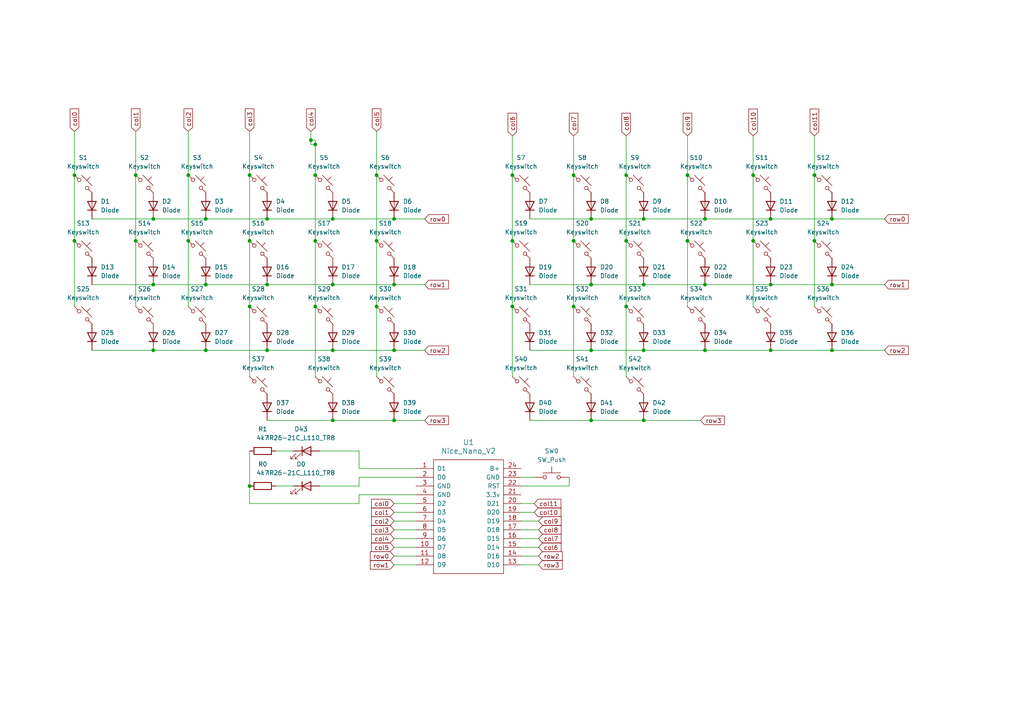
<source format=kicad_sch>
(kicad_sch (version 20230121) (generator eeschema)
  (paper "A4")
  (lib_symbols
    (symbol "Device:R" (pin_numbers hide) (pin_names (offset 0))
      (property "Reference" "R" (at 2.032 0 90))
      (property "Value" "R" (at 0 0 90))
      (symbol "R_0_1"
        (rectangle (start -1.016 -2.54) (end 1.016 2.54) (stroke (width 0.254)))
      )
      (symbol "R_1_1"
        (pin passive line (at 0 3.81 270) (length 1.27) (name "~") (number "1"))
        (pin passive line (at 0 -3.81 90) (length 1.27) (name "~") (number "2"))
      )
    )
    (symbol "LED:IR26-21C_L110_TR8" (pin_numbers hide) (pin_names (offset 1.016) hide)
      (property "Reference" "D" (at 0 2.54 0))
      (property "Value" "IR26-21C_L110_TR8" (at 0 -3.81 0))
      (symbol "IR26-21C_L110_TR8_0_1"
        (polyline (pts (xy -1.27 -1.27) (xy -1.27 1.27)) (stroke (width 0.254)))
        (polyline (pts (xy -1.27 0) (xy 1.27 0)))
        (polyline (pts (xy 1.27 -1.27) (xy 1.27 1.27) (xy -1.27 0) (xy 1.27 -1.27)) (stroke (width 0.254)))
        (polyline (pts (xy -3.048 -0.762) (xy -4.572 -2.286) (xy -3.81 -2.286) (xy -4.572 -2.286) (xy -4.572 -1.524)))
        (polyline (pts (xy -1.778 -0.762) (xy -3.302 -2.286) (xy -2.54 -2.286) (xy -3.302 -2.286) (xy -3.302 -1.524)))
      )
      (symbol "IR26-21C_L110_TR8_1_1"
        (pin passive line (at -3.81 0 0) (length 2.54) (name "K") (number "1"))
        (pin passive line (at 3.81 0 180) (length 2.54) (name "A") (number "2"))
      )
    )
    (symbol "ScottoKeebs:MCU_Nice_Nano_V2" (pin_names (offset 1.016))
      (property "Reference" "U" (at 0 0 0))
      (property "Value" "Nice_Nano_V2" (at 0 -19.05 0))
      (symbol "MCU_Nice_Nano_V2_0_1"
        (rectangle (start -10.16 16.51) (end 10.16 -16.51))
      )
      (symbol "MCU_Nice_Nano_V2_1_1"
        (pin input line (at -15.24 13.97 0) (length 5.08) (name "D1") (number "1"))
        (pin input line (at -15.24 -8.89 0) (length 5.08) (name "D7") (number "10"))
        (pin input line (at -15.24 -11.43 0) (length 5.08) (name "D8") (number "11"))
        (pin input line (at -15.24 -13.97 0) (length 5.08) (name "D9") (number "12"))
        (pin input line (at 15.24 -13.97 180) (length 5.08) (name "D10") (number "13"))
        (pin input line (at 15.24 -11.43 180) (length 5.08) (name "D16") (number "14"))
        (pin input line (at 15.24 -8.89 180) (length 5.08) (name "D14") (number "15"))
        (pin input line (at 15.24 -6.35 180) (length 5.08) (name "D15") (number "16"))
        (pin input line (at 15.24 -3.81 180) (length 5.08) (name "D18") (number "17"))
        (pin input line (at 15.24 -1.27 180) (length 5.08) (name "D19") (number "18"))
        (pin input line (at 15.24 1.27 180) (length 5.08) (name "D20") (number "19"))
        (pin input line (at -15.24 11.43 0) (length 5.08) (name "D0") (number "2"))
        (pin input line (at 15.24 3.81 180) (length 5.08) (name "D21") (number "20"))
        (pin input line (at 15.24 6.35 180) (length 5.08) (name "3.3v") (number "21"))
        (pin input line (at 15.24 8.89 180) (length 5.08) (name "RST") (number "22"))
        (pin input line (at 15.24 11.43 180) (length 5.08) (name "GND") (number "23"))
        (pin input line (at 15.24 13.97 180) (length 5.08) (name "B+") (number "24"))
        (pin input line (at -15.24 8.89 0) (length 5.08) (name "GND") (number "3"))
        (pin input line (at -15.24 6.35 0) (length 5.08) (name "GND") (number "4"))
        (pin input line (at -15.24 3.81 0) (length 5.08) (name "D2") (number "5"))
        (pin input line (at -15.24 1.27 0) (length 5.08) (name "D3") (number "6"))
        (pin input line (at -15.24 -1.27 0) (length 5.08) (name "D4") (number "7"))
        (pin input line (at -15.24 -3.81 0) (length 5.08) (name "D5") (number "8"))
        (pin input line (at -15.24 -6.35 0) (length 5.08) (name "D6") (number "9"))
      )
    )
    (symbol "ScottoKeebs:Placeholder_Diode" (pin_numbers hide) (pin_names hide)
      (property "Reference" "D" (at 0 2.54 0))
      (property "Value" "Diode" (at 0 -2.54 0))
      (symbol "Placeholder_Diode_0_1"
        (polyline (pts (xy -1.27 1.27) (xy -1.27 -1.27)) (stroke (width 0.254)))
        (polyline (pts (xy 1.27 0) (xy -1.27 0)))
        (polyline (pts (xy 1.27 1.27) (xy 1.27 -1.27) (xy -1.27 0) (xy 1.27 1.27)) (stroke (width 0.254)))
      )
      (symbol "Placeholder_Diode_1_1"
        (pin passive line (at -3.81 0 0) (length 2.54) (name "K") (number "1"))
        (pin passive line (at 3.81 0 180) (length 2.54) (name "A") (number "2"))
      )
    )
    (symbol "ScottoKeebs:Placeholder_Keyswitch" (pin_numbers hide) (pin_names (offset 1.016) hide)
      (property "Reference" "S" (at 3.048 1.016 0))
      (property "Value" "Keyswitch" (at 0 -3.81 0))
      (symbol "Placeholder_Keyswitch_0_1"
        (circle (center -1.1684 1.1684) (radius 0.508))
        (polyline (pts (xy -0.508 2.54) (xy 2.54 -0.508)))
        (polyline (pts (xy 1.016 1.016) (xy 2.032 2.032)))
        (polyline (pts (xy -2.54 2.54) (xy -1.524 1.524) (xy -1.524 1.524)))
        (polyline (pts (xy 1.524 -1.524) (xy 2.54 -2.54) (xy 2.54 -2.54) (xy 2.54 -2.54)))
        (circle (center 1.143 -1.1938) (radius 0.508))
        (pin passive line (at -2.54 2.54 0) (length 0) (name "1") (number "1"))
        (pin passive line (at 2.54 -2.54 180) (length 0) (name "2") (number "2"))
      )
    )
    (symbol "Switch:SW_Push" (pin_numbers hide) (pin_names (offset 1.016) hide)
      (property "Reference" "SW" (at 1.27 2.54 0))
      (property "Value" "SW_Push" (at 0 -1.524 0))
      (symbol "SW_Push_0_1"
        (circle (center -2.032 0) (radius 0.508))
        (polyline (pts (xy 0 1.27) (xy 0 3.048)))
        (polyline (pts (xy 2.54 1.27) (xy -2.54 1.27)))
        (circle (center 2.032 0) (radius 0.508))
        (pin passive line (at -5.08 0 0) (length 2.54) (name "1") (number "1"))
        (pin passive line (at 5.08 0 180) (length 2.54) (name "2") (number "2"))
      )
    )
  )
  (junction (at 186.69 101.6))
  (junction (at 54.61 69.85))
  (junction (at 96.52 101.6))
  (junction (at 166.37 69.85))
  (junction (at 114.3 101.6))
  (junction (at 241.3 101.6))
  (junction (at 241.3 63.5))
  (junction (at 54.61 50.8))
  (junction (at 166.37 50.8))
  (junction (at 39.37 69.85))
  (junction (at 171.45 101.6))
  (junction (at 181.61 69.85))
  (junction (at 114.3 63.5))
  (junction (at 218.44 69.85))
  (junction (at 148.59 50.8))
  (junction (at 96.52 121.92))
  (junction (at 181.61 50.8))
  (junction (at 39.37 50.8))
  (junction (at 59.69 82.55))
  (junction (at 59.69 63.5))
  (junction (at 171.45 63.5))
  (junction (at 204.47 82.55))
  (junction (at 148.59 88.9))
  (junction (at 44.45 63.5))
  (junction (at 204.47 101.6))
  (junction (at 72.39 50.8))
  (junction (at 223.52 101.6))
  (junction (at 181.61 88.9))
  (junction (at 204.47 63.5))
  (junction (at 91.44 41.91))
  (junction (at 223.52 82.55))
  (junction (at 96.52 82.55))
  (junction (at 91.44 50.8))
  (junction (at 44.45 101.6))
  (junction (at 199.39 69.85))
  (junction (at 72.39 140.97))
  (junction (at 148.59 69.85))
  (junction (at 91.44 69.85))
  (junction (at 186.69 121.92))
  (junction (at 21.59 69.85))
  (junction (at 44.45 82.55))
  (junction (at 218.44 50.8))
  (junction (at 109.22 69.85))
  (junction (at 166.37 88.9))
  (junction (at 91.44 88.9))
  (junction (at 236.22 50.8))
  (junction (at 171.45 121.92))
  (junction (at 223.52 63.5))
  (junction (at 72.39 69.85))
  (junction (at 77.47 63.5))
  (junction (at 21.59 50.8))
  (junction (at 236.22 69.85))
  (junction (at 77.47 82.55))
  (junction (at 171.45 82.55))
  (junction (at 114.3 82.55))
  (junction (at 114.3 121.92))
  (junction (at 96.52 63.5))
  (junction (at 241.3 82.55))
  (junction (at 72.39 88.9))
  (junction (at 77.47 101.6))
  (junction (at 199.39 50.8))
  (junction (at 186.69 82.55))
  (junction (at 109.22 88.9))
  (junction (at 59.69 101.6))
  (junction (at 90.17 40.64))
  (junction (at 186.69 63.5))
  (junction (at 109.22 50.8))
  (wire (pts (xy 166.37 88.9) (xy 166.37 109.22)))
  (wire (pts (xy 59.69 82.55) (xy 77.47 82.55)))
  (wire (pts (xy 21.59 50.8) (xy 21.59 69.85)))
  (wire (pts (xy 166.37 39.37) (xy 166.37 50.8)))
  (wire (pts (xy 153.67 101.6) (xy 171.45 101.6)))
  (wire (pts (xy 204.47 82.55) (xy 223.52 82.55)))
  (wire (pts (xy 109.22 69.85) (xy 109.22 88.9)))
  (wire (pts (xy 26.67 101.6) (xy 44.45 101.6)))
  (wire (pts (xy 156.21 158.75) (xy 151.13 158.75)))
  (wire (pts (xy 109.22 88.9) (xy 109.22 109.22)))
  (wire (pts (xy 256.54 101.6) (xy 241.3 101.6)))
  (wire (pts (xy 109.22 50.8) (xy 109.22 69.85)))
  (wire (pts (xy 72.39 130.81) (xy 72.39 140.97)))
  (wire (pts (xy 54.61 50.8) (xy 54.61 69.85)))
  (wire (pts (xy 181.61 88.9) (xy 181.61 109.22)))
  (wire (pts (xy 148.59 88.9) (xy 148.59 109.22)))
  (wire (pts (xy 77.47 63.5) (xy 96.52 63.5)))
  (wire (pts (xy 90.17 40.64) (xy 90.17 41.91)))
  (wire (pts (xy 204.47 63.5) (xy 223.52 63.5)))
  (wire (pts (xy 154.94 146.05) (xy 151.13 146.05)))
  (wire (pts (xy 123.19 63.5) (xy 114.3 63.5)))
  (wire (pts (xy 256.54 82.55) (xy 241.3 82.55)))
  (wire (pts (xy 204.47 101.6) (xy 223.52 101.6)))
  (wire (pts (xy 80.01 140.97) (xy 85.09 140.97)))
  (wire (pts (xy 44.45 82.55) (xy 59.69 82.55)))
  (wire (pts (xy 114.3 158.75) (xy 120.65 158.75)))
  (wire (pts (xy 114.3 156.21) (xy 120.65 156.21)))
  (wire (pts (xy 44.45 63.5) (xy 59.69 63.5)))
  (wire (pts (xy 91.44 41.91) (xy 91.44 50.8)))
  (wire (pts (xy 21.59 38.1) (xy 21.59 50.8)))
  (wire (pts (xy 186.69 82.55) (xy 204.47 82.55)))
  (wire (pts (xy 114.3 148.59) (xy 120.65 148.59)))
  (wire (pts (xy 223.52 101.6) (xy 241.3 101.6)))
  (wire (pts (xy 114.3 146.05) (xy 120.65 146.05)))
  (wire (pts (xy 218.44 69.85) (xy 218.44 88.9)))
  (wire (pts (xy 96.52 82.55) (xy 114.3 82.55)))
  (wire (pts (xy 199.39 69.85) (xy 199.39 88.9)))
  (wire (pts (xy 165.1 140.97) (xy 165.1 138.43)))
  (wire (pts (xy 59.69 101.6) (xy 77.47 101.6)))
  (wire (pts (xy 91.44 40.64) (xy 91.44 41.91)))
  (wire (pts (xy 218.44 39.37) (xy 218.44 50.8)))
  (wire (pts (xy 148.59 39.37) (xy 148.59 50.8)))
  (wire (pts (xy 77.47 82.55) (xy 96.52 82.55)))
  (wire (pts (xy 156.21 163.83) (xy 151.13 163.83)))
  (wire (pts (xy 148.59 50.8) (xy 148.59 69.85)))
  (wire (pts (xy 72.39 50.8) (xy 72.39 69.85)))
  (wire (pts (xy 104.14 143.51) (xy 120.65 143.51)))
  (wire (pts (xy 186.69 101.6) (xy 204.47 101.6)))
  (wire (pts (xy 114.3 153.67) (xy 120.65 153.67)))
  (wire (pts (xy 91.44 50.8) (xy 91.44 69.85)))
  (wire (pts (xy 104.14 135.89) (xy 104.14 130.81)))
  (wire (pts (xy 77.47 121.92) (xy 96.52 121.92)))
  (wire (pts (xy 120.65 138.43) (xy 104.14 138.43)))
  (wire (pts (xy 39.37 38.1) (xy 39.37 50.8)))
  (wire (pts (xy 203.2 121.92) (xy 186.69 121.92)))
  (wire (pts (xy 181.61 50.8) (xy 181.61 69.85)))
  (wire (pts (xy 236.22 39.37) (xy 236.22 50.8)))
  (wire (pts (xy 153.67 121.92) (xy 171.45 121.92)))
  (wire (pts (xy 156.21 156.21) (xy 151.13 156.21)))
  (wire (pts (xy 151.13 138.43) (xy 154.94 138.43)))
  (wire (pts (xy 72.39 38.1) (xy 72.39 50.8)))
  (wire (pts (xy 156.21 151.13) (xy 151.13 151.13)))
  (wire (pts (xy 26.67 63.5) (xy 44.45 63.5)))
  (wire (pts (xy 90.17 41.91) (xy 91.44 41.91)))
  (wire (pts (xy 96.52 63.5) (xy 114.3 63.5)))
  (wire (pts (xy 151.13 140.97) (xy 165.1 140.97)))
  (wire (pts (xy 90.17 40.64) (xy 91.44 40.64)))
  (wire (pts (xy 104.14 146.05) (xy 104.14 143.51)))
  (wire (pts (xy 96.52 101.6) (xy 114.3 101.6)))
  (wire (pts (xy 80.01 130.81) (xy 85.09 130.81)))
  (wire (pts (xy 39.37 69.85) (xy 39.37 88.9)))
  (wire (pts (xy 26.67 82.55) (xy 44.45 82.55)))
  (wire (pts (xy 72.39 146.05) (xy 104.14 146.05)))
  (wire (pts (xy 109.22 38.1) (xy 109.22 50.8)))
  (wire (pts (xy 104.14 138.43) (xy 104.14 140.97)))
  (wire (pts (xy 123.19 121.92) (xy 114.3 121.92)))
  (wire (pts (xy 59.69 63.5) (xy 77.47 63.5)))
  (wire (pts (xy 181.61 39.37) (xy 181.61 50.8)))
  (wire (pts (xy 223.52 63.5) (xy 241.3 63.5)))
  (wire (pts (xy 72.39 69.85) (xy 72.39 88.9)))
  (wire (pts (xy 91.44 69.85) (xy 91.44 88.9)))
  (wire (pts (xy 199.39 50.8) (xy 199.39 69.85)))
  (wire (pts (xy 39.37 50.8) (xy 39.37 69.85)))
  (wire (pts (xy 54.61 38.1) (xy 54.61 50.8)))
  (wire (pts (xy 153.67 63.5) (xy 171.45 63.5)))
  (wire (pts (xy 91.44 88.9) (xy 91.44 109.22)))
  (wire (pts (xy 236.22 50.8) (xy 236.22 69.85)))
  (wire (pts (xy 153.67 82.55) (xy 171.45 82.55)))
  (wire (pts (xy 166.37 50.8) (xy 166.37 69.85)))
  (wire (pts (xy 120.65 135.89) (xy 104.14 135.89)))
  (wire (pts (xy 218.44 50.8) (xy 218.44 69.85)))
  (wire (pts (xy 256.54 63.5) (xy 241.3 63.5)))
  (wire (pts (xy 104.14 130.81) (xy 92.71 130.81)))
  (wire (pts (xy 54.61 69.85) (xy 54.61 88.9)))
  (wire (pts (xy 96.52 121.92) (xy 114.3 121.92)))
  (wire (pts (xy 223.52 82.55) (xy 241.3 82.55)))
  (wire (pts (xy 171.45 82.55) (xy 186.69 82.55)))
  (wire (pts (xy 77.47 101.6) (xy 96.52 101.6)))
  (wire (pts (xy 72.39 88.9) (xy 72.39 109.22)))
  (wire (pts (xy 104.14 140.97) (xy 92.71 140.97)))
  (wire (pts (xy 114.3 163.83) (xy 120.65 163.83)))
  (wire (pts (xy 166.37 69.85) (xy 166.37 88.9)))
  (wire (pts (xy 236.22 69.85) (xy 236.22 88.9)))
  (wire (pts (xy 114.3 161.29) (xy 120.65 161.29)))
  (wire (pts (xy 154.94 148.59) (xy 151.13 148.59)))
  (wire (pts (xy 171.45 63.5) (xy 186.69 63.5)))
  (wire (pts (xy 181.61 69.85) (xy 181.61 88.9)))
  (wire (pts (xy 123.19 82.55) (xy 114.3 82.55)))
  (wire (pts (xy 171.45 101.6) (xy 186.69 101.6)))
  (wire (pts (xy 148.59 69.85) (xy 148.59 88.9)))
  (wire (pts (xy 156.21 161.29) (xy 151.13 161.29)))
  (wire (pts (xy 21.59 69.85) (xy 21.59 88.9)))
  (wire (pts (xy 186.69 63.5) (xy 204.47 63.5)))
  (wire (pts (xy 199.39 39.37) (xy 199.39 50.8)))
  (wire (pts (xy 123.19 101.6) (xy 114.3 101.6)))
  (wire (pts (xy 90.17 38.1) (xy 90.17 40.64)))
  (wire (pts (xy 72.39 140.97) (xy 72.39 146.05)))
  (wire (pts (xy 156.21 153.67) (xy 151.13 153.67)))
  (wire (pts (xy 114.3 151.13) (xy 120.65 151.13)))
  (wire (pts (xy 171.45 121.92) (xy 186.69 121.92)))
  (wire (pts (xy 44.45 101.6) (xy 59.69 101.6)))
  (global_label "col9" (shape input) (at 199.39 39.37 90) (property "Intersheetrefs" "${INTERSHEET_REFS}" (effects hide)))
  (global_label "col4" (shape input) (at 90.17 38.1 90) (property "Intersheetrefs" "${INTERSHEET_REFS}" (effects hide)))
  (global_label "row1" (shape input) (at 114.3 163.83 180) (property "Intersheetrefs" "${INTERSHEET_REFS}" (effects hide)))
  (global_label "col1" (shape input) (at 39.37 38.1 90) (property "Intersheetrefs" "${INTERSHEET_REFS}" (effects hide)))
  (global_label "row0" (shape input) (at 123.19 63.5 0) (property "Intersheetrefs" "${INTERSHEET_REFS}" (effects hide)))
  (global_label "col11" (shape input) (at 236.22 39.37 90) (property "Intersheetrefs" "${INTERSHEET_REFS}" (effects hide)))
  (global_label "row3" (shape input) (at 123.19 121.92 0) (property "Intersheetrefs" "${INTERSHEET_REFS}" (effects hide)))
  (global_label "row3" (shape input) (at 156.21 163.83 0) (property "Intersheetrefs" "${INTERSHEET_REFS}" (effects hide)))
  (global_label "col5" (shape input) (at 109.22 38.1 90) (property "Intersheetrefs" "${INTERSHEET_REFS}" (effects hide)))
  (global_label "col7" (shape input) (at 156.21 156.21 0) (property "Intersheetrefs" "${INTERSHEET_REFS}" (effects hide)))
  (global_label "row2" (shape input) (at 256.54 101.6 0) (property "Intersheetrefs" "${INTERSHEET_REFS}" (effects hide)))
  (global_label "row2" (shape input) (at 156.21 161.29 0) (property "Intersheetrefs" "${INTERSHEET_REFS}" (effects hide)))
  (global_label "col9" (shape input) (at 156.21 151.13 0) (property "Intersheetrefs" "${INTERSHEET_REFS}" (effects hide)))
  (global_label "row3" (shape input) (at 203.2 121.92 0) (property "Intersheetrefs" "${INTERSHEET_REFS}" (effects hide)))
  (global_label "row1" (shape input) (at 123.19 82.55 0) (property "Intersheetrefs" "${INTERSHEET_REFS}" (effects hide)))
  (global_label "col6" (shape input) (at 148.59 39.37 90) (property "Intersheetrefs" "${INTERSHEET_REFS}" (effects hide)))
  (global_label "col7" (shape input) (at 166.37 39.37 90) (property "Intersheetrefs" "${INTERSHEET_REFS}" (effects hide)))
  (global_label "col10" (shape input) (at 218.44 39.37 90) (property "Intersheetrefs" "${INTERSHEET_REFS}" (effects hide)))
  (global_label "col2" (shape input) (at 54.61 38.1 90) (property "Intersheetrefs" "${INTERSHEET_REFS}" (effects hide)))
  (global_label "col1" (shape input) (at 114.3 148.59 180) (property "Intersheetrefs" "${INTERSHEET_REFS}" (effects hide)))
  (global_label "col0" (shape input) (at 21.59 38.1 90) (property "Intersheetrefs" "${INTERSHEET_REFS}" (effects hide)))
  (global_label "col11" (shape input) (at 154.94 146.05 0) (property "Intersheetrefs" "${INTERSHEET_REFS}" (effects hide)))
  (global_label "col8" (shape input) (at 181.61 39.37 90) (property "Intersheetrefs" "${INTERSHEET_REFS}" (effects hide)))
  (global_label "row0" (shape input) (at 256.54 63.5 0) (property "Intersheetrefs" "${INTERSHEET_REFS}" (effects hide)))
  (global_label "col2" (shape input) (at 114.3 151.13 180) (property "Intersheetrefs" "${INTERSHEET_REFS}" (effects hide)))
  (global_label "col4" (shape input) (at 114.3 156.21 180) (property "Intersheetrefs" "${INTERSHEET_REFS}" (effects hide)))
  (global_label "col3" (shape input) (at 72.39 38.1 90) (property "Intersheetrefs" "${INTERSHEET_REFS}" (effects hide)))
  (global_label "row2" (shape input) (at 123.19 101.6 0) (property "Intersheetrefs" "${INTERSHEET_REFS}" (effects hide)))
  (global_label "col10" (shape input) (at 154.94 148.59 0) (property "Intersheetrefs" "${INTERSHEET_REFS}" (effects hide)))
  (global_label "row0" (shape input) (at 114.3 161.29 180) (property "Intersheetrefs" "${INTERSHEET_REFS}" (effects hide)))
  (global_label "col0" (shape input) (at 114.3 146.05 180) (property "Intersheetrefs" "${INTERSHEET_REFS}" (effects hide)))
  (global_label "col6" (shape input) (at 156.21 158.75 0) (property "Intersheetrefs" "${INTERSHEET_REFS}" (effects hide)))
  (global_label "col8" (shape input) (at 156.21 153.67 0) (property "Intersheetrefs" "${INTERSHEET_REFS}" (effects hide)))
  (global_label "col3" (shape input) (at 114.3 153.67 180) (property "Intersheetrefs" "${INTERSHEET_REFS}" (effects hide)))
  (global_label "col5" (shape input) (at 114.3 158.75 180) (property "Intersheetrefs" "${INTERSHEET_REFS}" (effects hide)))
  (global_label "row1" (shape input) (at 256.54 82.55 0) (property "Intersheetrefs" "${INTERSHEET_REFS}" (effects hide)))
  (symbol (lib_id "ScottoKeebs:Placeholder_Diode") (at 186.69 97.79 90) (unit 1)
    (property "Reference" "D33" (at 189.23 96.52 90) (effects (justify right)))
    (property "Value" "Diode" (at 189.23 99.06 90) (effects (justify right)))
    (property "Footprint" "Diode_SMD:D_SOD-123" (effects hide))
    (property "Sim.Device" "D" (effects hide))
    (property "Sim.Pins" "1=K 2=A" (effects hide))
  )
  (symbol (lib_id "ScottoKeebs:Placeholder_Diode") (at 114.3 118.11 90) (unit 1)
    (property "Reference" "D39" (at 116.84 116.84 90) (effects (justify right)))
    (property "Value" "Diode" (at 116.84 119.38 90) (effects (justify right)))
    (property "Footprint" "Diode_SMD:D_SOD-123" (effects hide))
    (property "Sim.Device" "D" (effects hide))
    (property "Sim.Pins" "1=K 2=A" (effects hide))
  )
  (symbol (lib_id "ScottoKeebs:Placeholder_Diode") (at 77.47 78.74 90) (unit 1)
    (property "Reference" "D16" (at 80.01 77.47 90) (effects (justify right)))
    (property "Value" "Diode" (at 80.01 80.01 90) (effects (justify right)))
    (property "Footprint" "Diode_SMD:D_SOD-123" (effects hide))
    (property "Sim.Device" "D" (effects hide))
    (property "Sim.Pins" "1=K 2=A" (effects hide))
  )
  (symbol (lib_id "ScottoKeebs:Placeholder_Keyswitch") (at 168.91 111.76 0) (unit 1)
    (property "Reference" "S41" (at 168.91 104.14 0))
    (property "Value" "Keyswitch" (at 168.91 106.68 0))
    (property "Footprint" "Storch:Hotswap_MX_1.00u" (effects hide))
  )
  (symbol (lib_id "ScottoKeebs:Placeholder_Keyswitch") (at 111.76 53.34 0) (unit 1)
    (property "Reference" "S6" (at 111.76 45.72 0))
    (property "Value" "Keyswitch" (at 111.76 48.26 0))
    (property "Footprint" "Storch:Hotswap_MX_1.00u" (effects hide))
  )
  (symbol (lib_id "ScottoKeebs:Placeholder_Diode") (at 77.47 118.11 90) (unit 1)
    (property "Reference" "D37" (at 80.01 116.84 90) (effects (justify right)))
    (property "Value" "Diode" (at 80.01 119.38 90) (effects (justify right)))
    (property "Footprint" "Diode_SMD:D_SOD-123" (effects hide))
    (property "Sim.Device" "D" (effects hide))
    (property "Sim.Pins" "1=K 2=A" (effects hide))
  )
  (symbol (lib_id "LED:IR26-21C_L110_TR8") (at 88.9 140.97 0) (unit 1)
    (property "Reference" "D0" (at 87.3125 134.62 0))
    (property "Value" "IR26-21C_L110_TR8" (at 87.3125 137.16 0))
    (property "Footprint" "LED_SMD:LED_1206_3216Metric" (effects hide))
    (property "Datasheet" "http://www.everlight.com/file/ProductFile/IR26-21C-L110-TR8.pdf" (effects hide))
  )
  (symbol (lib_id "ScottoKeebs:Placeholder_Keyswitch") (at 41.91 91.44 0) (unit 1)
    (property "Reference" "S26" (at 41.91 83.82 0))
    (property "Value" "Keyswitch" (at 41.91 86.36 0))
    (property "Footprint" "Storch:Hotswap_MX_1.00u" (effects hide))
  )
  (symbol (lib_id "ScottoKeebs:Placeholder_Keyswitch") (at 168.91 91.44 0) (unit 1)
    (property "Reference" "S32" (at 168.91 83.82 0))
    (property "Value" "Keyswitch" (at 168.91 86.36 0))
    (property "Footprint" "Storch:Hotswap_MX_1.00u" (effects hide))
  )
  (symbol (lib_id "ScottoKeebs:Placeholder_Diode") (at 241.3 97.79 90) (unit 1)
    (property "Reference" "D36" (at 243.84 96.52 90) (effects (justify right)))
    (property "Value" "Diode" (at 243.84 99.06 90) (effects (justify right)))
    (property "Footprint" "Diode_SMD:D_SOD-123" (effects hide))
    (property "Sim.Device" "D" (effects hide))
    (property "Sim.Pins" "1=K 2=A" (effects hide))
  )
  (symbol (lib_id "ScottoKeebs:Placeholder_Diode") (at 223.52 78.74 90) (unit 1)
    (property "Reference" "D23" (at 226.06 77.47 90) (effects (justify right)))
    (property "Value" "Diode" (at 226.06 80.01 90) (effects (justify right)))
    (property "Footprint" "Diode_SMD:D_SOD-123" (effects hide))
    (property "Sim.Device" "D" (effects hide))
    (property "Sim.Pins" "1=K 2=A" (effects hide))
  )
  (symbol (lib_id "ScottoKeebs:Placeholder_Keyswitch") (at 57.15 91.44 0) (unit 1)
    (property "Reference" "S27" (at 57.15 83.82 0))
    (property "Value" "Keyswitch" (at 57.15 86.36 0))
    (property "Footprint" "Storch:Hotswap_MX_1.00u" (effects hide))
  )
  (symbol (lib_id "ScottoKeebs:Placeholder_Keyswitch") (at 24.13 91.44 0) (unit 1)
    (property "Reference" "S25" (at 24.13 83.82 0))
    (property "Value" "Keyswitch" (at 24.13 86.36 0))
    (property "Footprint" "Storch:Hotswap_MX_1.00u" (effects hide))
  )
  (symbol (lib_id "ScottoKeebs:Placeholder_Diode") (at 96.52 97.79 90) (unit 1)
    (property "Reference" "D29" (at 99.06 96.52 90) (effects (justify right)))
    (property "Value" "Diode" (at 99.06 99.06 90) (effects (justify right)))
    (property "Footprint" "Diode_SMD:D_SOD-123" (effects hide))
    (property "Sim.Device" "D" (effects hide))
    (property "Sim.Pins" "1=K 2=A" (effects hide))
  )
  (symbol (lib_id "ScottoKeebs:Placeholder_Diode") (at 241.3 78.74 90) (unit 1)
    (property "Reference" "D24" (at 243.84 77.47 90) (effects (justify right)))
    (property "Value" "Diode" (at 243.84 80.01 90) (effects (justify right)))
    (property "Footprint" "Diode_SMD:D_SOD-123" (effects hide))
    (property "Sim.Device" "D" (effects hide))
    (property "Sim.Pins" "1=K 2=A" (effects hide))
  )
  (symbol (lib_id "ScottoKeebs:Placeholder_Keyswitch") (at 184.15 53.34 0) (unit 1)
    (property "Reference" "S9" (at 184.15 45.72 0))
    (property "Value" "Keyswitch" (at 184.15 48.26 0))
    (property "Footprint" "Storch:Hotswap_MX_1.00u" (effects hide))
  )
  (symbol (lib_id "ScottoKeebs:Placeholder_Diode") (at 223.52 59.69 90) (unit 1)
    (property "Reference" "D11" (at 226.06 58.42 90) (effects (justify right)))
    (property "Value" "Diode" (at 226.06 60.96 90) (effects (justify right)))
    (property "Footprint" "Diode_SMD:D_SOD-123" (effects hide))
    (property "Sim.Device" "D" (effects hide))
    (property "Sim.Pins" "1=K 2=A" (effects hide))
  )
  (symbol (lib_id "ScottoKeebs:Placeholder_Diode") (at 44.45 78.74 90) (unit 1)
    (property "Reference" "D14" (at 46.99 77.47 90) (effects (justify right)))
    (property "Value" "Diode" (at 46.99 80.01 90) (effects (justify right)))
    (property "Footprint" "Diode_SMD:D_SOD-123" (effects hide))
    (property "Sim.Device" "D" (effects hide))
    (property "Sim.Pins" "1=K 2=A" (effects hide))
  )
  (symbol (lib_id "ScottoKeebs:Placeholder_Keyswitch") (at 93.98 91.44 0) (unit 1)
    (property "Reference" "S29" (at 93.98 83.82 0))
    (property "Value" "Keyswitch" (at 93.98 86.36 0))
    (property "Footprint" "Storch:Hotswap_MX_1.00u" (effects hide))
  )
  (symbol (lib_id "ScottoKeebs:Placeholder_Diode") (at 204.47 78.74 90) (unit 1)
    (property "Reference" "D22" (at 207.01 77.47 90) (effects (justify right)))
    (property "Value" "Diode" (at 207.01 80.01 90) (effects (justify right)))
    (property "Footprint" "Diode_SMD:D_SOD-123" (effects hide))
    (property "Sim.Device" "D" (effects hide))
    (property "Sim.Pins" "1=K 2=A" (effects hide))
  )
  (symbol (lib_id "LED:IR26-21C_L110_TR8") (at 88.9 130.81 0) (unit 1)
    (property "Reference" "D43" (at 87.3125 124.46 0))
    (property "Value" "IR26-21C_L110_TR8" (at 87.3125 127 0))
    (property "Footprint" "LED_SMD:LED_1206_3216Metric" (effects hide))
    (property "Datasheet" "http://www.everlight.com/file/ProductFile/IR26-21C-L110-TR8.pdf" (effects hide))
  )
  (symbol (lib_id "ScottoKeebs:Placeholder_Keyswitch") (at 111.76 91.44 0) (unit 1)
    (property "Reference" "S30" (at 111.76 83.82 0))
    (property "Value" "Keyswitch" (at 111.76 86.36 0))
    (property "Footprint" "Storch:Hotswap_MX_1.00u" (effects hide))
  )
  (symbol (lib_id "ScottoKeebs:Placeholder_Keyswitch") (at 184.15 91.44 0) (unit 1)
    (property "Reference" "S33" (at 184.15 83.82 0))
    (property "Value" "Keyswitch" (at 184.15 86.36 0))
    (property "Footprint" "Storch:Hotswap_MX_1.00u" (effects hide))
  )
  (symbol (lib_id "ScottoKeebs:Placeholder_Diode") (at 96.52 78.74 90) (unit 1)
    (property "Reference" "D17" (at 99.06 77.47 90) (effects (justify right)))
    (property "Value" "Diode" (at 99.06 80.01 90) (effects (justify right)))
    (property "Footprint" "Diode_SMD:D_SOD-123" (effects hide))
    (property "Sim.Device" "D" (effects hide))
    (property "Sim.Pins" "1=K 2=A" (effects hide))
  )
  (symbol (lib_id "ScottoKeebs:Placeholder_Keyswitch") (at 57.15 53.34 0) (unit 1)
    (property "Reference" "S3" (at 57.15 45.72 0))
    (property "Value" "Keyswitch" (at 57.15 48.26 0))
    (property "Footprint" "Storch:Hotswap_MX_1.00u" (effects hide))
  )
  (symbol (lib_id "ScottoKeebs:Placeholder_Diode") (at 153.67 118.11 90) (unit 1)
    (property "Reference" "D40" (at 156.21 116.84 90) (effects (justify right)))
    (property "Value" "Diode" (at 156.21 119.38 90) (effects (justify right)))
    (property "Footprint" "Diode_SMD:D_SOD-123" (effects hide))
    (property "Sim.Device" "D" (effects hide))
    (property "Sim.Pins" "1=K 2=A" (effects hide))
  )
  (symbol (lib_id "ScottoKeebs:Placeholder_Diode") (at 171.45 97.79 90) (unit 1)
    (property "Reference" "D32" (at 173.99 96.52 90) (effects (justify right)))
    (property "Value" "Diode" (at 173.99 99.06 90) (effects (justify right)))
    (property "Footprint" "Diode_SMD:D_SOD-123" (effects hide))
    (property "Sim.Device" "D" (effects hide))
    (property "Sim.Pins" "1=K 2=A" (effects hide))
  )
  (symbol (lib_id "ScottoKeebs:Placeholder_Diode") (at 59.69 78.74 90) (unit 1)
    (property "Reference" "D15" (at 62.23 77.47 90) (effects (justify right)))
    (property "Value" "Diode" (at 62.23 80.01 90) (effects (justify right)))
    (property "Footprint" "Diode_SMD:D_SOD-123" (effects hide))
    (property "Sim.Device" "D" (effects hide))
    (property "Sim.Pins" "1=K 2=A" (effects hide))
  )
  (symbol (lib_id "ScottoKeebs:Placeholder_Keyswitch") (at 201.93 91.44 0) (unit 1)
    (property "Reference" "S34" (at 201.93 83.82 0))
    (property "Value" "Keyswitch" (at 201.93 86.36 0))
    (property "Footprint" "Storch:Hotswap_MX_1.00u" (effects hide))
  )
  (symbol (lib_id "ScottoKeebs:Placeholder_Diode") (at 114.3 59.69 90) (unit 1)
    (property "Reference" "D6" (at 116.84 58.42 90) (effects (justify right)))
    (property "Value" "Diode" (at 116.84 60.96 90) (effects (justify right)))
    (property "Footprint" "Diode_SMD:D_SOD-123" (effects hide))
    (property "Sim.Device" "D" (effects hide))
    (property "Sim.Pins" "1=K 2=A" (effects hide))
  )
  (symbol (lib_id "ScottoKeebs:Placeholder_Diode") (at 171.45 59.69 90) (unit 1)
    (property "Reference" "D8" (at 173.99 58.42 90) (effects (justify right)))
    (property "Value" "Diode" (at 173.99 60.96 90) (effects (justify right)))
    (property "Footprint" "Diode_SMD:D_SOD-123" (effects hide))
    (property "Sim.Device" "D" (effects hide))
    (property "Sim.Pins" "1=K 2=A" (effects hide))
  )
  (symbol (lib_id "ScottoKeebs:Placeholder_Keyswitch") (at 201.93 53.34 0) (unit 1)
    (property "Reference" "S10" (at 201.93 45.72 0))
    (property "Value" "Keyswitch" (at 201.93 48.26 0))
    (property "Footprint" "Storch:Hotswap_MX_1.00u" (effects hide))
  )
  (symbol (lib_id "ScottoKeebs:Placeholder_Diode") (at 96.52 118.11 90) (unit 1)
    (property "Reference" "D38" (at 99.06 116.84 90) (effects (justify right)))
    (property "Value" "Diode" (at 99.06 119.38 90) (effects (justify right)))
    (property "Footprint" "Diode_SMD:D_SOD-123" (effects hide))
    (property "Sim.Device" "D" (effects hide))
    (property "Sim.Pins" "1=K 2=A" (effects hide))
  )
  (symbol (lib_id "Device:R") (at 76.2 140.97 90) (unit 1)
    (property "Reference" "R0" (at 76.2 134.62 90))
    (property "Value" "4k7" (at 76.2 137.16 90))
    (property "Footprint" "Resistor_SMD:R_0805_2012Metric" (effects hide))
  )
  (symbol (lib_id "ScottoKeebs:Placeholder_Keyswitch") (at 168.91 72.39 0) (unit 1)
    (property "Reference" "S20" (at 168.91 64.77 0))
    (property "Value" "Keyswitch" (at 168.91 67.31 0))
    (property "Footprint" "Storch:Hotswap_MX_1.00u" (effects hide))
  )
  (symbol (lib_id "ScottoKeebs:Placeholder_Diode") (at 26.67 59.69 90) (unit 1)
    (property "Reference" "D1" (at 29.21 58.42 90) (effects (justify right)))
    (property "Value" "Diode" (at 29.21 60.96 90) (effects (justify right)))
    (property "Footprint" "Diode_SMD:D_SOD-123" (effects hide))
    (property "Sim.Device" "D" (effects hide))
    (property "Sim.Pins" "1=K 2=A" (effects hide))
  )
  (symbol (lib_id "ScottoKeebs:Placeholder_Diode") (at 59.69 59.69 90) (unit 1)
    (property "Reference" "D3" (at 62.23 58.42 90) (effects (justify right)))
    (property "Value" "Diode" (at 62.23 60.96 90) (effects (justify right)))
    (property "Footprint" "Diode_SMD:D_SOD-123" (effects hide))
    (property "Sim.Device" "D" (effects hide))
    (property "Sim.Pins" "1=K 2=A" (effects hide))
  )
  (symbol (lib_id "ScottoKeebs:Placeholder_Keyswitch") (at 220.98 53.34 0) (unit 1)
    (property "Reference" "S11" (at 220.98 45.72 0))
    (property "Value" "Keyswitch" (at 220.98 48.26 0))
    (property "Footprint" "Storch:Hotswap_MX_1.00u" (effects hide))
  )
  (symbol (lib_id "ScottoKeebs:Placeholder_Keyswitch") (at 238.76 91.44 0) (unit 1)
    (property "Reference" "S36" (at 238.76 83.82 0))
    (property "Value" "Keyswitch" (at 238.76 86.36 0))
    (property "Footprint" "Storch:Hotswap_MX_1.00u" (effects hide))
  )
  (symbol (lib_id "ScottoKeebs:Placeholder_Diode") (at 77.47 59.69 90) (unit 1)
    (property "Reference" "D4" (at 80.01 58.42 90) (effects (justify right)))
    (property "Value" "Diode" (at 80.01 60.96 90) (effects (justify right)))
    (property "Footprint" "Diode_SMD:D_SOD-123" (effects hide))
    (property "Sim.Device" "D" (effects hide))
    (property "Sim.Pins" "1=K 2=A" (effects hide))
  )
  (symbol (lib_id "ScottoKeebs:Placeholder_Keyswitch") (at 93.98 53.34 0) (unit 1)
    (property "Reference" "S5" (at 93.98 45.72 0))
    (property "Value" "Keyswitch" (at 93.98 48.26 0))
    (property "Footprint" "Storch:Hotswap_MX_1.00u" (effects hide))
  )
  (symbol (lib_id "ScottoKeebs:Placeholder_Keyswitch") (at 151.13 72.39 0) (unit 1)
    (property "Reference" "S19" (at 151.13 64.77 0))
    (property "Value" "Keyswitch" (at 151.13 67.31 0))
    (property "Footprint" "Storch:Hotswap_MX_1.00u" (effects hide))
  )
  (symbol (lib_id "ScottoKeebs:Placeholder_Keyswitch") (at 151.13 91.44 0) (unit 1)
    (property "Reference" "S31" (at 151.13 83.82 0))
    (property "Value" "Keyswitch" (at 151.13 86.36 0))
    (property "Footprint" "Storch:Hotswap_MX_1.00u" (effects hide))
  )
  (symbol (lib_id "ScottoKeebs:Placeholder_Keyswitch") (at 168.91 53.34 0) (unit 1)
    (property "Reference" "S8" (at 168.91 45.72 0))
    (property "Value" "Keyswitch" (at 168.91 48.26 0))
    (property "Footprint" "Storch:Hotswap_MX_1.00u" (effects hide))
  )
  (symbol (lib_id "ScottoKeebs:Placeholder_Keyswitch") (at 41.91 72.39 0) (unit 1)
    (property "Reference" "S14" (at 41.91 64.77 0))
    (property "Value" "Keyswitch" (at 41.91 67.31 0))
    (property "Footprint" "Storch:Hotswap_MX_1.00u" (effects hide))
  )
  (symbol (lib_id "ScottoKeebs:Placeholder_Diode") (at 223.52 97.79 90) (unit 1)
    (property "Reference" "D35" (at 226.06 96.52 90) (effects (justify right)))
    (property "Value" "Diode" (at 226.06 99.06 90) (effects (justify right)))
    (property "Footprint" "Diode_SMD:D_SOD-123" (effects hide))
    (property "Sim.Device" "D" (effects hide))
    (property "Sim.Pins" "1=K 2=A" (effects hide))
  )
  (symbol (lib_id "ScottoKeebs:Placeholder_Keyswitch") (at 151.13 111.76 0) (unit 1)
    (property "Reference" "S40" (at 151.13 104.14 0))
    (property "Value" "Keyswitch" (at 151.13 106.68 0))
    (property "Footprint" "Storch:Hotswap_MX_1.00u" (effects hide))
  )
  (symbol (lib_id "ScottoKeebs:Placeholder_Keyswitch") (at 111.76 72.39 0) (unit 1)
    (property "Reference" "S18" (at 111.76 64.77 0))
    (property "Value" "Keyswitch" (at 111.76 67.31 0))
    (property "Footprint" "Storch:Hotswap_MX_1.00u" (effects hide))
  )
  (symbol (lib_id "ScottoKeebs:Placeholder_Diode") (at 153.67 97.79 90) (unit 1)
    (property "Reference" "D31" (at 156.21 96.52 90) (effects (justify right)))
    (property "Value" "Diode" (at 156.21 99.06 90) (effects (justify right)))
    (property "Footprint" "Diode_SMD:D_SOD-123" (effects hide))
    (property "Sim.Device" "D" (effects hide))
    (property "Sim.Pins" "1=K 2=A" (effects hide))
  )
  (symbol (lib_id "ScottoKeebs:Placeholder_Diode") (at 204.47 59.69 90) (unit 1)
    (property "Reference" "D10" (at 207.01 58.42 90) (effects (justify right)))
    (property "Value" "Diode" (at 207.01 60.96 90) (effects (justify right)))
    (property "Footprint" "Diode_SMD:D_SOD-123" (effects hide))
    (property "Sim.Device" "D" (effects hide))
    (property "Sim.Pins" "1=K 2=A" (effects hide))
  )
  (symbol (lib_id "ScottoKeebs:Placeholder_Diode") (at 44.45 59.69 90) (unit 1)
    (property "Reference" "D2" (at 46.99 58.42 90) (effects (justify right)))
    (property "Value" "Diode" (at 46.99 60.96 90) (effects (justify right)))
    (property "Footprint" "Diode_SMD:D_SOD-123" (effects hide))
    (property "Sim.Device" "D" (effects hide))
    (property "Sim.Pins" "1=K 2=A" (effects hide))
  )
  (symbol (lib_id "ScottoKeebs:Placeholder_Diode") (at 59.69 97.79 90) (unit 1)
    (property "Reference" "D27" (at 62.23 96.52 90) (effects (justify right)))
    (property "Value" "Diode" (at 62.23 99.06 90) (effects (justify right)))
    (property "Footprint" "Diode_SMD:D_SOD-123" (effects hide))
    (property "Sim.Device" "D" (effects hide))
    (property "Sim.Pins" "1=K 2=A" (effects hide))
  )
  (symbol (lib_id "ScottoKeebs:Placeholder_Diode") (at 186.69 59.69 90) (unit 1)
    (property "Reference" "D9" (at 189.23 58.42 90) (effects (justify right)))
    (property "Value" "Diode" (at 189.23 60.96 90) (effects (justify right)))
    (property "Footprint" "Diode_SMD:D_SOD-123" (effects hide))
    (property "Sim.Device" "D" (effects hide))
    (property "Sim.Pins" "1=K 2=A" (effects hide))
  )
  (symbol (lib_id "ScottoKeebs:Placeholder_Keyswitch") (at 24.13 72.39 0) (unit 1)
    (property "Reference" "S13" (at 24.13 64.77 0))
    (property "Value" "Keyswitch" (at 24.13 67.31 0))
    (property "Footprint" "Storch:Hotswap_MX_1.00u" (effects hide))
  )
  (symbol (lib_id "ScottoKeebs:Placeholder_Diode") (at 153.67 78.74 90) (unit 1)
    (property "Reference" "D19" (at 156.21 77.47 90) (effects (justify right)))
    (property "Value" "Diode" (at 156.21 80.01 90) (effects (justify right)))
    (property "Footprint" "Diode_SMD:D_SOD-123" (effects hide))
    (property "Sim.Device" "D" (effects hide))
    (property "Sim.Pins" "1=K 2=A" (effects hide))
  )
  (symbol (lib_id "Switch:SW_Push") (at 160.02 138.43 0) (unit 1)
    (property "Reference" "SW0" (at 160.02 130.81 0))
    (property "Value" "SW_Push" (at 160.02 133.35 0))
    (property "Footprint" "Button_Switch_SMD:SW_Tactile_SPST_NO_Straight_CK_PTS636Sx25SMTRLFS" (effects hide))
  )
  (symbol (lib_id "ScottoKeebs:Placeholder_Keyswitch") (at 238.76 72.39 0) (unit 1)
    (property "Reference" "S24" (at 238.76 64.77 0))
    (property "Value" "Keyswitch" (at 238.76 67.31 0))
    (property "Footprint" "Storch:Hotswap_MX_1.00u" (effects hide))
  )
  (symbol (lib_id "ScottoKeebs:Placeholder_Keyswitch") (at 184.15 111.76 0) (unit 1)
    (property "Reference" "S42" (at 184.15 104.14 0))
    (property "Value" "Keyswitch" (at 184.15 106.68 0))
    (property "Footprint" "Storch:Hotswap_MX_1.00u" (effects hide))
  )
  (symbol (lib_id "ScottoKeebs:Placeholder_Diode") (at 186.69 118.11 90) (unit 1)
    (property "Reference" "D42" (at 189.23 116.84 90) (effects (justify right)))
    (property "Value" "Diode" (at 189.23 119.38 90) (effects (justify right)))
    (property "Footprint" "Diode_SMD:D_SOD-123" (effects hide))
    (property "Sim.Device" "D" (effects hide))
    (property "Sim.Pins" "1=K 2=A" (effects hide))
  )
  (symbol (lib_id "ScottoKeebs:Placeholder_Keyswitch") (at 74.93 72.39 0) (unit 1)
    (property "Reference" "S16" (at 74.93 64.77 0))
    (property "Value" "Keyswitch" (at 74.93 67.31 0))
    (property "Footprint" "Storch:Hotswap_MX_1.00u" (effects hide))
  )
  (symbol (lib_id "ScottoKeebs:Placeholder_Diode") (at 44.45 97.79 90) (unit 1)
    (property "Reference" "D26" (at 46.99 96.52 90) (effects (justify right)))
    (property "Value" "Diode" (at 46.99 99.06 90) (effects (justify right)))
    (property "Footprint" "Diode_SMD:D_SOD-123" (effects hide))
    (property "Sim.Device" "D" (effects hide))
    (property "Sim.Pins" "1=K 2=A" (effects hide))
  )
  (symbol (lib_id "ScottoKeebs:Placeholder_Diode") (at 77.47 97.79 90) (unit 1)
    (property "Reference" "D28" (at 80.01 96.52 90) (effects (justify right)))
    (property "Value" "Diode" (at 80.01 99.06 90) (effects (justify right)))
    (property "Footprint" "Diode_SMD:D_SOD-123" (effects hide))
    (property "Sim.Device" "D" (effects hide))
    (property "Sim.Pins" "1=K 2=A" (effects hide))
  )
  (symbol (lib_id "ScottoKeebs:Placeholder_Keyswitch") (at 220.98 72.39 0) (unit 1)
    (property "Reference" "S23" (at 220.98 64.77 0))
    (property "Value" "Keyswitch" (at 220.98 67.31 0))
    (property "Footprint" "Storch:Hotswap_MX_1.00u" (effects hide))
  )
  (symbol (lib_id "ScottoKeebs:Placeholder_Diode") (at 153.67 59.69 90) (unit 1)
    (property "Reference" "D7" (at 156.21 58.42 90) (effects (justify right)))
    (property "Value" "Diode" (at 156.21 60.96 90) (effects (justify right)))
    (property "Footprint" "Diode_SMD:D_SOD-123" (effects hide))
    (property "Sim.Device" "D" (effects hide))
    (property "Sim.Pins" "1=K 2=A" (effects hide))
  )
  (symbol (lib_id "ScottoKeebs:Placeholder_Diode") (at 186.69 78.74 90) (unit 1)
    (property "Reference" "D21" (at 189.23 77.47 90) (effects (justify right)))
    (property "Value" "Diode" (at 189.23 80.01 90) (effects (justify right)))
    (property "Footprint" "Diode_SMD:D_SOD-123" (effects hide))
    (property "Sim.Device" "D" (effects hide))
    (property "Sim.Pins" "1=K 2=A" (effects hide))
  )
  (symbol (lib_id "ScottoKeebs:Placeholder_Diode") (at 114.3 78.74 90) (unit 1)
    (property "Reference" "D18" (at 116.84 77.47 90) (effects (justify right)))
    (property "Value" "Diode" (at 116.84 80.01 90) (effects (justify right)))
    (property "Footprint" "Diode_SMD:D_SOD-123" (effects hide))
    (property "Sim.Device" "D" (effects hide))
    (property "Sim.Pins" "1=K 2=A" (effects hide))
  )
  (symbol (lib_id "ScottoKeebs:Placeholder_Keyswitch") (at 220.98 91.44 0) (unit 1)
    (property "Reference" "S35" (at 220.98 83.82 0))
    (property "Value" "Keyswitch" (at 220.98 86.36 0))
    (property "Footprint" "Storch:Hotswap_MX_1.00u" (effects hide))
  )
  (symbol (lib_id "ScottoKeebs:Placeholder_Diode") (at 96.52 59.69 90) (unit 1)
    (property "Reference" "D5" (at 99.06 58.42 90) (effects (justify right)))
    (property "Value" "Diode" (at 99.06 60.96 90) (effects (justify right)))
    (property "Footprint" "Diode_SMD:D_SOD-123" (effects hide))
    (property "Sim.Device" "D" (effects hide))
    (property "Sim.Pins" "1=K 2=A" (effects hide))
  )
  (symbol (lib_id "ScottoKeebs:Placeholder_Keyswitch") (at 74.93 111.76 0) (unit 1)
    (property "Reference" "S37" (at 74.93 104.14 0))
    (property "Value" "Keyswitch" (at 74.93 106.68 0))
    (property "Footprint" "Storch:Hotswap_MX_1.00u" (effects hide))
  )
  (symbol (lib_id "ScottoKeebs:Placeholder_Keyswitch") (at 74.93 53.34 0) (unit 1)
    (property "Reference" "S4" (at 74.93 45.72 0))
    (property "Value" "Keyswitch" (at 74.93 48.26 0))
    (property "Footprint" "Storch:Hotswap_MX_1.00u" (effects hide))
  )
  (symbol (lib_id "ScottoKeebs:Placeholder_Keyswitch") (at 184.15 72.39 0) (unit 1)
    (property "Reference" "S21" (at 184.15 64.77 0))
    (property "Value" "Keyswitch" (at 184.15 67.31 0))
    (property "Footprint" "Storch:Hotswap_MX_1.00u" (effects hide))
  )
  (symbol (lib_id "ScottoKeebs:Placeholder_Diode") (at 114.3 97.79 90) (unit 1)
    (property "Reference" "D30" (at 116.84 96.52 90) (effects (justify right)))
    (property "Value" "Diode" (at 116.84 99.06 90) (effects (justify right)))
    (property "Footprint" "Diode_SMD:D_SOD-123" (effects hide))
    (property "Sim.Device" "D" (effects hide))
    (property "Sim.Pins" "1=K 2=A" (effects hide))
  )
  (symbol (lib_id "ScottoKeebs:Placeholder_Diode") (at 241.3 59.69 90) (unit 1)
    (property "Reference" "D12" (at 243.84 58.42 90) (effects (justify right)))
    (property "Value" "Diode" (at 243.84 60.96 90) (effects (justify right)))
    (property "Footprint" "Diode_SMD:D_SOD-123" (effects hide))
    (property "Sim.Device" "D" (effects hide))
    (property "Sim.Pins" "1=K 2=A" (effects hide))
  )
  (symbol (lib_id "Device:R") (at 76.2 130.81 90) (unit 1)
    (property "Reference" "R1" (at 76.2 124.46 90))
    (property "Value" "4k7" (at 76.2 127 90))
    (property "Footprint" "Resistor_SMD:R_0805_2012Metric" (effects hide))
  )
  (symbol (lib_id "ScottoKeebs:Placeholder_Diode") (at 171.45 78.74 90) (unit 1)
    (property "Reference" "D20" (at 173.99 77.47 90) (effects (justify right)))
    (property "Value" "Diode" (at 173.99 80.01 90) (effects (justify right)))
    (property "Footprint" "Diode_SMD:D_SOD-123" (effects hide))
    (property "Sim.Device" "D" (effects hide))
    (property "Sim.Pins" "1=K 2=A" (effects hide))
  )
  (symbol (lib_id "ScottoKeebs:Placeholder_Keyswitch") (at 151.13 53.34 0) (unit 1)
    (property "Reference" "S7" (at 151.13 45.72 0))
    (property "Value" "Keyswitch" (at 151.13 48.26 0))
    (property "Footprint" "Storch:Hotswap_MX_1.00u" (effects hide))
  )
  (symbol (lib_id "ScottoKeebs:Placeholder_Diode") (at 204.47 97.79 90) (unit 1)
    (property "Reference" "D34" (at 207.01 96.52 90) (effects (justify right)))
    (property "Value" "Diode" (at 207.01 99.06 90) (effects (justify right)))
    (property "Footprint" "Diode_SMD:D_SOD-123" (effects hide))
    (property "Sim.Device" "D" (effects hide))
    (property "Sim.Pins" "1=K 2=A" (effects hide))
  )
  (symbol (lib_id "ScottoKeebs:Placeholder_Keyswitch") (at 111.76 111.76 0) (unit 1)
    (property "Reference" "S39" (at 111.76 104.14 0))
    (property "Value" "Keyswitch" (at 111.76 106.68 0))
    (property "Footprint" "Storch:Hotswap_MX_1.00u" (effects hide))
  )
  (symbol (lib_id "ScottoKeebs:Placeholder_Keyswitch") (at 238.76 53.34 0) (unit 1)
    (property "Reference" "S12" (at 238.76 45.72 0))
    (property "Value" "Keyswitch" (at 238.76 48.26 0))
    (property "Footprint" "Storch:Hotswap_MX_1.00u" (effects hide))
  )
  (symbol (lib_id "ScottoKeebs:Placeholder_Diode") (at 26.67 97.79 90) (unit 1)
    (property "Reference" "D25" (at 29.21 96.52 90) (effects (justify right)))
    (property "Value" "Diode" (at 29.21 99.06 90) (effects (justify right)))
    (property "Footprint" "Diode_SMD:D_SOD-123" (effects hide))
    (property "Sim.Device" "D" (effects hide))
    (property "Sim.Pins" "1=K 2=A" (effects hide))
  )
  (symbol (lib_id "ScottoKeebs:Placeholder_Keyswitch") (at 93.98 72.39 0) (unit 1)
    (property "Reference" "S17" (at 93.98 64.77 0))
    (property "Value" "Keyswitch" (at 93.98 67.31 0))
    (property "Footprint" "Storch:Hotswap_MX_1.00u" (effects hide))
  )
  (symbol (lib_id "ScottoKeebs:Placeholder_Keyswitch") (at 41.91 53.34 0) (unit 1)
    (property "Reference" "S2" (at 41.91 45.72 0))
    (property "Value" "Keyswitch" (at 41.91 48.26 0))
    (property "Footprint" "Storch:Hotswap_MX_1.00u" (effects hide))
  )
  (symbol (lib_id "ScottoKeebs:Placeholder_Diode") (at 26.67 78.74 90) (unit 1)
    (property "Reference" "D13" (at 29.21 77.47 90) (effects (justify right)))
    (property "Value" "Diode" (at 29.21 80.01 90) (effects (justify right)))
    (property "Footprint" "Diode_SMD:D_SOD-123" (effects hide))
    (property "Sim.Device" "D" (effects hide))
    (property "Sim.Pins" "1=K 2=A" (effects hide))
  )
  (symbol (lib_id "ScottoKeebs:MCU_Nice_Nano_V2") (at 135.89 149.86 0) (unit 1)
    (property "Reference" "U1" (at 135.89 128.27 0) (effects (font (size 1.524 1.524))))
    (property "Value" "Nice_Nano_V2" (at 135.89 130.81 0) (effects (font (size 1.524 1.524))))
    (property "Footprint" "ScottoKeebs_MCU:Nice_Nano_V2" (effects hide))
  )
  (symbol (lib_id "ScottoKeebs:Placeholder_Keyswitch") (at 93.98 111.76 0) (unit 1)
    (property "Reference" "S38" (at 93.98 104.14 0))
    (property "Value" "Keyswitch" (at 93.98 106.68 0))
    (property "Footprint" "Storch:Hotswap_MX_1.00u" (effects hide))
  )
  (symbol (lib_id "ScottoKeebs:Placeholder_Keyswitch") (at 201.93 72.39 0) (unit 1)
    (property "Reference" "S22" (at 201.93 64.77 0))
    (property "Value" "Keyswitch" (at 201.93 67.31 0))
    (property "Footprint" "Storch:Hotswap_MX_1.00u" (effects hide))
  )
  (symbol (lib_id "ScottoKeebs:Placeholder_Diode") (at 171.45 118.11 90) (unit 1)
    (property "Reference" "D41" (at 173.99 116.84 90) (effects (justify right)))
    (property "Value" "Diode" (at 173.99 119.38 90) (effects (justify right)))
    (property "Footprint" "Diode_SMD:D_SOD-123" (effects hide))
    (property "Sim.Device" "D" (effects hide))
    (property "Sim.Pins" "1=K 2=A" (effects hide))
  )
  (symbol (lib_id "ScottoKeebs:Placeholder_Keyswitch") (at 74.93 91.44 0) (unit 1)
    (property "Reference" "S28" (at 74.93 83.82 0))
    (property "Value" "Keyswitch" (at 74.93 86.36 0))
    (property "Footprint" "Storch:Hotswap_MX_1.00u" (effects hide))
  )
  (symbol (lib_id "ScottoKeebs:Placeholder_Keyswitch") (at 57.15 72.39 0) (unit 1)
    (property "Reference" "S15" (at 57.15 64.77 0))
    (property "Value" "Keyswitch" (at 57.15 67.31 0))
    (property "Footprint" "Storch:Hotswap_MX_1.00u" (effects hide))
  )
  (symbol (lib_id "ScottoKeebs:Placeholder_Keyswitch") (at 24.13 53.34 0) (unit 1)
    (property "Reference" "S1" (at 24.13 45.72 0))
    (property "Value" "Keyswitch" (at 24.13 48.26 0))
    (property "Footprint" "Storch:Hotswap_MX_1.00u" (effects hide))
  )
)
</source>
